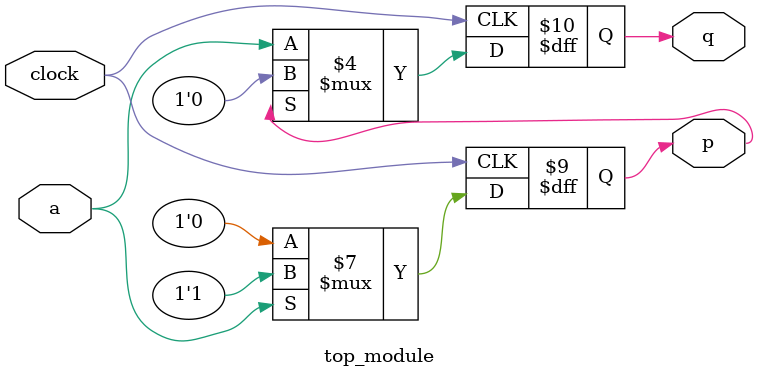
<source format=sv>
module top_module (
    input clock,
    input a, 
    output reg p,
    output reg q
);

always @(posedge clock) begin
    // Update p
    if (a) begin
        p <= 1;
    end else begin
        p <= 0;
    end

    // Update q
    if (p == 1) begin
        q <= 0;
    end else begin
        q <= a;
    end
end

endmodule

</source>
